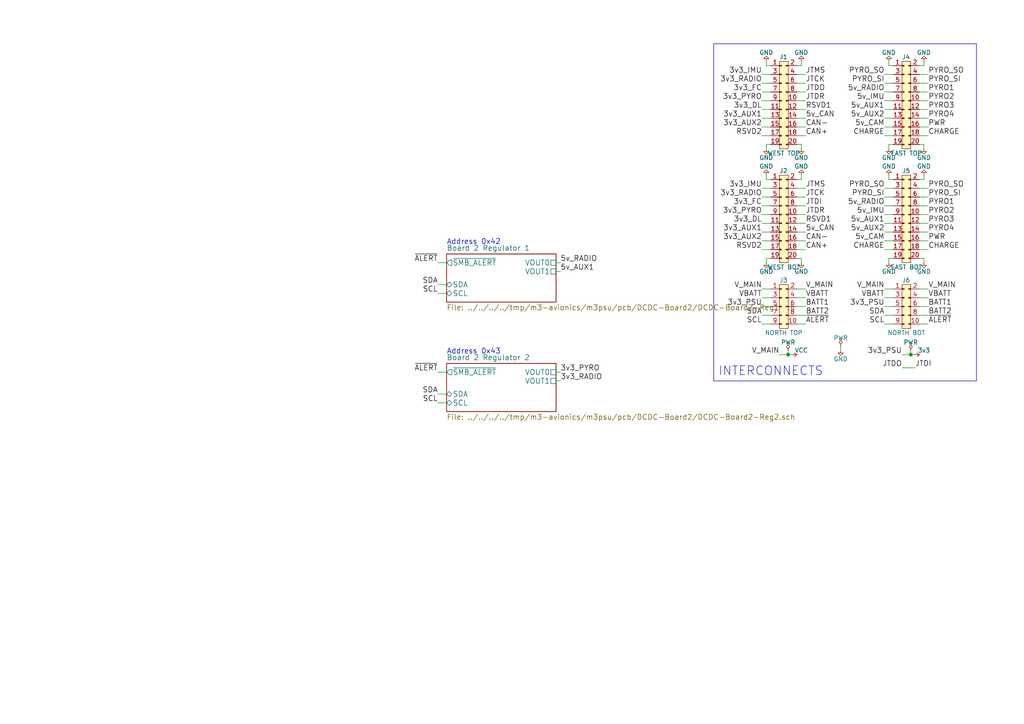
<source format=kicad_sch>
(kicad_sch (version 20230121) (generator eeschema)
  (paper "A4")
  (title_block (title "M3PSU - DC/DC Converter Board 2") (date "2016-06-28") (rev "1") (company "CU Spaceflight") (comment 1 "Drawn by: Levin Tan, Jamie Wood"))
  (lib_symbols
    (symbol "DCDC-Board2-rescue:3v3" (power) (pin_numbers hide) (pin_names (offset 1.016) hide)
      (property "Value" "3v3" (at 0 2.286 0))
      (symbol "3v3_0_1"
        (polyline (pts (xy 0 1.27) (xy 0.508 0.508)))
        (polyline (pts (xy 0 0) (xy 0 1.27) (xy -0.508 0.508)))
      )
      (symbol "3v3_1_1"
        (pin power_in line (at 0 0 180) (length 0) hide (name "3v3") (number "1"))
      )
    )
    (symbol "DCDC-Board2-rescue:CONN_02x05" (pin_names (offset 0.0254) hide)
      (property "Reference" "J" (at -2.54 2.54 0))
      (property "Value" "CONN_02x05" (at -2.54 -12.7 0))
      (symbol "CONN_02x05_0_1"
        (rectangle (start -2.54 -10.033) (end -1.905 -10.287) (fill (type outline)))
        (rectangle (start -2.54 -7.493) (end -1.905 -7.747) (fill (type outline)))
        (rectangle (start -2.54 -4.953) (end -1.905 -5.207) (fill (type outline)))
        (rectangle (start -2.54 -2.413) (end -1.905 -2.667) (fill (type outline)))
        (rectangle (start -2.54 0.127) (end -1.905 -0.127) (fill (type outline)))
        (rectangle (start 0 -10.033) (end -0.635 -10.287) (fill (type outline)))
        (rectangle (start 0 -7.493) (end -0.635 -7.747) (fill (type outline)))
        (rectangle (start 0 -4.953) (end -0.635 -5.207) (fill (type outline)))
        (rectangle (start 0 -2.413) (end -0.635 -2.667) (fill (type outline)))
        (rectangle (start 0 0.127) (end -0.635 -0.127) (fill (type outline)))
        (rectangle (start 0 1.27) (end -2.54 -11.43) (fill (type background)))
      )
      (symbol "CONN_02x05_1_1"
        (pin passive line (at -5.08 0 0) (length 2.54) (name "1") (number "1"))
        (pin passive line (at 2.54 -10.16 180) (length 2.54) (name "10") (number "10"))
        (pin passive line (at 2.54 0 180) (length 2.54) (name "2") (number "2"))
        (pin passive line (at -5.08 -2.54 0) (length 2.54) (name "3") (number "3"))
        (pin passive line (at 2.54 -2.54 180) (length 2.54) (name "4") (number "4"))
        (pin passive line (at -5.08 -5.08 0) (length 2.54) (name "5") (number "5"))
        (pin passive line (at 2.54 -5.08 180) (length 2.54) (name "6") (number "6"))
        (pin passive line (at -5.08 -7.62 0) (length 2.54) (name "7") (number "7"))
        (pin passive line (at 2.54 -7.62 180) (length 2.54) (name "8") (number "8"))
        (pin passive line (at -5.08 -10.16 0) (length 2.54) (name "9") (number "9"))
      )
    )
    (symbol "DCDC-Board2-rescue:CONN_02x10" (pin_names (offset 0.0254) hide)
      (property "Reference" "J" (at -2.54 2.54 0))
      (property "Value" "CONN_02x10" (at -2.54 -25.4 0))
      (symbol "CONN_02x10_0_1"
        (rectangle (start -2.54 -22.733) (end -1.905 -22.987) (fill (type outline)))
        (rectangle (start -2.54 -20.193) (end -1.905 -20.447) (fill (type outline)))
        (rectangle (start -2.54 -17.653) (end -1.905 -17.907) (fill (type outline)))
        (rectangle (start -2.54 -15.113) (end -1.905 -15.367) (fill (type outline)))
        (rectangle (start -2.54 -12.573) (end -1.905 -12.827) (fill (type outline)))
        (rectangle (start -2.54 -10.033) (end -1.905 -10.287) (fill (type outline)))
        (rectangle (start -2.54 -7.493) (end -1.905 -7.747) (fill (type outline)))
        (rectangle (start -2.54 -4.953) (end -1.905 -5.207) (fill (type outline)))
        (rectangle (start -2.54 -2.413) (end -1.905 -2.667) (fill (type outline)))
        (rectangle (start -2.54 0.127) (end -1.905 -0.127) (fill (type outline)))
        (rectangle (start 0 -22.733) (end -0.635 -22.987) (fill (type outline)))
        (rectangle (start 0 -20.193) (end -0.635 -20.447) (fill (type outline)))
        (rectangle (start 0 -17.653) (end -0.635 -17.907) (fill (type outline)))
        (rectangle (start 0 -15.113) (end -0.635 -15.367) (fill (type outline)))
        (rectangle (start 0 -12.573) (end -0.635 -12.827) (fill (type outline)))
        (rectangle (start 0 -10.033) (end -0.635 -10.287) (fill (type outline)))
        (rectangle (start 0 -7.493) (end -0.635 -7.747) (fill (type outline)))
        (rectangle (start 0 -4.953) (end -0.635 -5.207) (fill (type outline)))
        (rectangle (start 0 -2.413) (end -0.635 -2.667) (fill (type outline)))
        (rectangle (start 0 0.127) (end -0.635 -0.127) (fill (type outline)))
        (rectangle (start 0 1.27) (end -2.54 -24.13) (fill (type background)))
      )
      (symbol "CONN_02x10_1_1"
        (pin passive line (at -5.08 0 0) (length 2.54) (name "1") (number "1"))
        (pin passive line (at 2.54 -10.16 180) (length 2.54) (name "10") (number "10"))
        (pin passive line (at -5.08 -12.7 0) (length 2.54) (name "11") (number "11"))
        (pin passive line (at 2.54 -12.7 180) (length 2.54) (name "12") (number "12"))
        (pin passive line (at -5.08 -15.24 0) (length 2.54) (name "13") (number "13"))
        (pin passive line (at 2.54 -15.24 180) (length 2.54) (name "14") (number "14"))
        (pin passive line (at -5.08 -17.78 0) (length 2.54) (name "15") (number "15"))
        (pin passive line (at 2.54 -17.78 180) (length 2.54) (name "16") (number "16"))
        (pin passive line (at -5.08 -20.32 0) (length 2.54) (name "17") (number "17"))
        (pin passive line (at 2.54 -20.32 180) (length 2.54) (name "18") (number "18"))
        (pin passive line (at -5.08 -22.86 0) (length 2.54) (name "19") (number "19"))
        (pin passive line (at 2.54 0 180) (length 2.54) (name "2") (number "2"))
        (pin passive line (at 2.54 -22.86 180) (length 2.54) (name "20") (number "20"))
        (pin passive line (at -5.08 -2.54 0) (length 2.54) (name "3") (number "3"))
        (pin passive line (at 2.54 -2.54 180) (length 2.54) (name "4") (number "4"))
        (pin passive line (at -5.08 -5.08 0) (length 2.54) (name "5") (number "5"))
        (pin passive line (at 2.54 -5.08 180) (length 2.54) (name "6") (number "6"))
        (pin passive line (at -5.08 -7.62 0) (length 2.54) (name "7") (number "7"))
        (pin passive line (at 2.54 -7.62 180) (length 2.54) (name "8") (number "8"))
        (pin passive line (at -5.08 -10.16 0) (length 2.54) (name "9") (number "9"))
      )
    )
    (symbol "DCDC-Board2-rescue:GND" (power) (pin_numbers hide) (pin_names (offset 1.016) hide)
      (property "Value" "GND" (at 0 -2.54 0))
      (symbol "GND_0_1"
        (polyline (pts (xy 0 0) (xy 0 -0.762)))
        (polyline (pts (xy -0.762 -0.762) (xy 0.762 -0.762) (xy 0 -1.524) (xy -0.762 -0.762)) (fill (type background)))
      )
      (symbol "GND_1_1"
        (pin power_in line (at 0 0 180) (length 0) hide (name "GND") (number "1"))
      )
    )
    (symbol "DCDC-Board2-rescue:PWR" (power) (pin_numbers hide) (pin_names (offset 1.016) hide)
      (property "Value" "PWR" (at 0 2.286 0))
      (symbol "PWR_0_1"
        (polyline (pts (xy 0 0.508) (xy -0.508 1.016) (xy 0 1.524) (xy 0.508 1.016) (xy 0 0.508)) (fill (type background)))
      )
      (symbol "PWR_1_1"
        (pin power_out line (at 0 0 90) (length 0.508) (name "pwr") (number "1"))
      )
    )
    (symbol "DCDC-Board2-rescue:VCC" (power) (pin_numbers hide) (pin_names (offset 1.016) hide)
      (property "Value" "VCC" (at 0 2.286 0))
      (symbol "VCC_0_1"
        (polyline (pts (xy 0 1.27) (xy 0.508 0.508)))
        (polyline (pts (xy 0 0) (xy 0 1.27) (xy -0.508 0.508)))
      )
      (symbol "VCC_1_1"
        (pin power_in line (at 0 0 180) (length 0) hide (name "VCC") (number "1"))
      )
    )
  )
  (junction (at 264.16 102.87))
  (junction (at 228.6 102.87))
  (wire (pts (xy 256.54 29.21) (xy 259.08 29.21)))
  (wire (pts (xy 222.25 19.05) (xy 223.52 19.05)))
  (wire (pts (xy 259.08 83.82) (xy 256.54 83.82)))
  (wire (pts (xy 220.98 69.85) (xy 223.52 69.85)))
  (wire (pts (xy 231.14 69.85) (xy 233.68 69.85)))
  (wire (pts (xy 259.08 41.91) (xy 257.81 41.91)))
  (wire (pts (xy 266.7 31.75) (xy 269.24 31.75)))
  (wire (pts (xy 266.7 93.98) (xy 269.24 93.98)))
  (wire (pts (xy 257.81 52.07) (xy 257.81 50.8)))
  (wire (pts (xy 259.08 36.83) (xy 256.54 36.83)))
  (wire (pts (xy 259.08 88.9) (xy 256.54 88.9)))
  (wire (pts (xy 266.7 59.69) (xy 269.24 59.69)))
  (wire (pts (xy 256.54 62.23) (xy 259.08 62.23)))
  (wire (pts (xy 257.81 41.91) (xy 257.81 43.18)))
  (wire (pts (xy 266.7 54.61) (xy 269.24 54.61)))
  (wire (pts (xy 223.52 72.39) (xy 220.98 72.39)))
  (wire (pts (xy 259.08 52.07) (xy 257.81 52.07)))
  (wire (pts (xy 161.29 107.95) (xy 162.56 107.95)))
  (wire (pts (xy 232.41 41.91) (xy 232.41 43.18)))
  (wire (pts (xy 256.54 39.37) (xy 259.08 39.37)))
  (wire (pts (xy 259.08 86.36) (xy 256.54 86.36)))
  (wire (pts (xy 127 82.55) (xy 129.54 82.55)))
  (wire (pts (xy 220.98 36.83) (xy 223.52 36.83)))
  (wire (pts (xy 222.25 50.8) (xy 222.25 52.07)))
  (wire (pts (xy 269.24 62.23) (xy 266.7 62.23)))
  (wire (pts (xy 228.6 102.87) (xy 229.87 102.87)))
  (wire (pts (xy 267.97 52.07) (xy 267.97 50.8)))
  (wire (pts (xy 222.25 17.78) (xy 222.25 19.05)))
  (wire (pts (xy 266.7 67.31) (xy 269.24 67.31)))
  (wire (pts (xy 231.14 34.29) (xy 233.68 34.29)))
  (wire (pts (xy 222.25 52.07) (xy 223.52 52.07)))
  (wire (pts (xy 261.62 102.87) (xy 264.16 102.87)))
  (wire (pts (xy 223.52 74.93) (xy 222.25 74.93)))
  (wire (pts (xy 256.54 34.29) (xy 259.08 34.29)))
  (wire (pts (xy 231.14 31.75) (xy 233.68 31.75)))
  (wire (pts (xy 266.7 34.29) (xy 269.24 34.29)))
  (wire (pts (xy 266.7 64.77) (xy 269.24 64.77)))
  (wire (pts (xy 266.7 26.67) (xy 269.24 26.67)))
  (wire (pts (xy 223.52 29.21) (xy 220.98 29.21)))
  (wire (pts (xy 257.81 19.05) (xy 257.81 17.78)))
  (wire (pts (xy 269.24 57.15) (xy 266.7 57.15)))
  (wire (pts (xy 231.14 67.31) (xy 233.68 67.31)))
  (polyline (pts (xy 207.01 12.7) (xy 207.01 110.49)))
  (wire (pts (xy 231.14 54.61) (xy 233.68 54.61)))
  (wire (pts (xy 223.52 88.9) (xy 220.98 88.9)))
  (wire (pts (xy 231.14 24.13) (xy 233.68 24.13)))
  (wire (pts (xy 259.08 21.59) (xy 256.54 21.59)))
  (wire (pts (xy 223.52 83.82) (xy 220.98 83.82)))
  (wire (pts (xy 223.52 59.69) (xy 220.98 59.69)))
  (wire (pts (xy 231.14 39.37) (xy 233.68 39.37)))
  (wire (pts (xy 231.14 86.36) (xy 233.68 86.36)))
  (wire (pts (xy 266.7 91.44) (xy 269.24 91.44)))
  (wire (pts (xy 223.52 31.75) (xy 220.98 31.75)))
  (polyline (pts (xy 283.21 110.49) (xy 283.21 12.7)))
  (wire (pts (xy 259.08 74.93) (xy 257.81 74.93)))
  (wire (pts (xy 222.25 41.91) (xy 222.25 43.18)))
  (wire (pts (xy 223.52 24.13) (xy 220.98 24.13)))
  (wire (pts (xy 231.14 62.23) (xy 233.68 62.23)))
  (wire (pts (xy 259.08 26.67) (xy 256.54 26.67)))
  (wire (pts (xy 266.7 88.9) (xy 269.24 88.9)))
  (wire (pts (xy 256.54 24.13) (xy 259.08 24.13)))
  (wire (pts (xy 266.7 52.07) (xy 267.97 52.07)))
  (wire (pts (xy 223.52 21.59) (xy 220.98 21.59)))
  (wire (pts (xy 129.54 76.2) (xy 127 76.2)))
  (wire (pts (xy 231.14 91.44) (xy 233.68 91.44)))
  (wire (pts (xy 223.52 91.44) (xy 220.98 91.44)))
  (wire (pts (xy 259.08 54.61) (xy 256.54 54.61)))
  (wire (pts (xy 231.14 88.9) (xy 233.68 88.9)))
  (wire (pts (xy 231.14 59.69) (xy 233.68 59.69)))
  (wire (pts (xy 264.16 101.6) (xy 264.16 102.87)))
  (wire (pts (xy 127 114.3) (xy 129.54 114.3)))
  (wire (pts (xy 223.52 26.67) (xy 220.98 26.67)))
  (wire (pts (xy 161.29 78.74) (xy 162.56 78.74)))
  (wire (pts (xy 231.14 52.07) (xy 232.41 52.07)))
  (wire (pts (xy 266.7 41.91) (xy 267.97 41.91)))
  (wire (pts (xy 259.08 69.85) (xy 256.54 69.85)))
  (wire (pts (xy 257.81 74.93) (xy 257.81 76.2)))
  (wire (pts (xy 267.97 19.05) (xy 267.97 17.78)))
  (wire (pts (xy 231.14 72.39) (xy 233.68 72.39)))
  (wire (pts (xy 266.7 39.37) (xy 269.24 39.37)))
  (wire (pts (xy 256.54 57.15) (xy 259.08 57.15)))
  (wire (pts (xy 228.6 101.6) (xy 228.6 102.87)))
  (wire (pts (xy 261.62 106.68) (xy 265.43 106.68)))
  (wire (pts (xy 232.41 52.07) (xy 232.41 50.8)))
  (wire (pts (xy 232.41 74.93) (xy 232.41 76.2)))
  (wire (pts (xy 223.52 54.61) (xy 220.98 54.61)))
  (polyline (pts (xy 283.21 12.7) (xy 207.01 12.7)))
  (wire (pts (xy 223.52 41.91) (xy 222.25 41.91)))
  (wire (pts (xy 231.14 64.77) (xy 233.68 64.77)))
  (wire (pts (xy 259.08 64.77) (xy 256.54 64.77)))
  (wire (pts (xy 269.24 24.13) (xy 266.7 24.13)))
  (wire (pts (xy 231.14 29.21) (xy 233.68 29.21)))
  (wire (pts (xy 231.14 41.91) (xy 232.41 41.91)))
  (wire (pts (xy 231.14 57.15) (xy 233.68 57.15)))
  (wire (pts (xy 161.29 76.2) (xy 162.56 76.2)))
  (wire (pts (xy 267.97 74.93) (xy 267.97 76.2)))
  (wire (pts (xy 256.54 72.39) (xy 259.08 72.39)))
  (wire (pts (xy 223.52 67.31) (xy 220.98 67.31)))
  (wire (pts (xy 266.7 19.05) (xy 267.97 19.05)))
  (wire (pts (xy 232.41 19.05) (xy 232.41 17.78)))
  (wire (pts (xy 243.84 100.33) (xy 243.84 101.6)))
  (wire (pts (xy 259.08 91.44) (xy 256.54 91.44)))
  (wire (pts (xy 129.54 107.95) (xy 127 107.95)))
  (wire (pts (xy 129.54 116.84) (xy 127 116.84)))
  (wire (pts (xy 129.54 85.09) (xy 127 85.09)))
  (wire (pts (xy 223.52 57.15) (xy 220.98 57.15)))
  (wire (pts (xy 264.16 102.87) (xy 265.43 102.87)))
  (wire (pts (xy 269.24 36.83) (xy 266.7 36.83)))
  (wire (pts (xy 269.24 69.85) (xy 266.7 69.85)))
  (wire (pts (xy 269.24 29.21) (xy 266.7 29.21)))
  (wire (pts (xy 231.14 74.93) (xy 232.41 74.93)))
  (wire (pts (xy 161.29 110.49) (xy 162.56 110.49)))
  (wire (pts (xy 223.52 64.77) (xy 220.98 64.77)))
  (wire (pts (xy 223.52 62.23) (xy 220.98 62.23)))
  (wire (pts (xy 266.7 21.59) (xy 269.24 21.59)))
  (wire (pts (xy 231.14 83.82) (xy 233.68 83.82)))
  (wire (pts (xy 223.52 39.37) (xy 220.98 39.37)))
  (wire (pts (xy 267.97 41.91) (xy 267.97 43.18)))
  (wire (pts (xy 259.08 59.69) (xy 256.54 59.69)))
  (wire (pts (xy 231.14 19.05) (xy 232.41 19.05)))
  (wire (pts (xy 231.14 36.83) (xy 233.68 36.83)))
  (wire (pts (xy 222.25 74.93) (xy 222.25 76.2)))
  (wire (pts (xy 266.7 83.82) (xy 269.24 83.82)))
  (wire (pts (xy 266.7 74.93) (xy 267.97 74.93)))
  (wire (pts (xy 259.08 31.75) (xy 256.54 31.75)))
  (wire (pts (xy 256.54 67.31) (xy 259.08 67.31)))
  (wire (pts (xy 259.08 19.05) (xy 257.81 19.05)))
  (wire (pts (xy 266.7 72.39) (xy 269.24 72.39)))
  (wire (pts (xy 259.08 93.98) (xy 256.54 93.98)))
  (wire (pts (xy 223.52 93.98) (xy 220.98 93.98)))
  (wire (pts (xy 223.52 86.36) (xy 220.98 86.36)))
  (wire (pts (xy 223.52 34.29) (xy 220.98 34.29)))
  (wire (pts (xy 231.14 21.59) (xy 233.68 21.59)))
  (wire (pts (xy 226.06 102.87) (xy 228.6 102.87)))
  (wire (pts (xy 266.7 86.36) (xy 269.24 86.36)))
  (wire (pts (xy 231.14 26.67) (xy 233.68 26.67)))
  (wire (pts (xy 231.14 93.98) (xy 233.68 93.98)))
  (polyline (pts (xy 207.01 110.49) (xy 283.21 110.49)))
  (text "INTERCONNECTS" (at 208.28 109.22 0) (effects (font (size 2.54 2.54)) (justify left bottom)))
  (text "Address 0x42" (at 129.54 71.12 0) (effects (font (size 1.524 1.524)) (justify left bottom)))
  (text "Address 0x43" (at 129.54 102.87 0) (effects (font (size 1.524 1.524)) (justify left bottom)))
  (label "RSVD1" (at 233.68 64.77 0) (effects (font (size 1.524 1.524))))
  (label "JTCK" (at 233.68 24.13 0) (effects (font (size 1.524 1.524))))
  (label "PYRO_SI" (at 269.24 24.13 0) (effects (font (size 1.524 1.524))))
  (label "SDA" (at 220.98 91.44 180) (effects (font (size 1.524 1.524))))
  (label "SCL" (at 127 85.09 180) (effects (font (size 1.524 1.524))))
  (label "SCL" (at 220.98 93.98 180) (effects (font (size 1.524 1.524))))
  (label "5v_IMU" (at 256.54 62.23 180) (effects (font (size 1.524 1.524))))
  (label "3v3_FC" (at 220.98 26.67 180) (effects (font (size 1.524 1.524))))
  (label "RSVD1" (at 233.68 31.75 0) (effects (font (size 1.524 1.524))))
  (label "PWR" (at 269.24 69.85 0) (effects (font (size 1.524 1.524))))
  (label "JTDO" (at 233.68 26.67 0) (effects (font (size 1.524 1.524))))
  (label "V_MAIN" (at 256.54 83.82 180) (effects (font (size 1.524 1.524))))
  (label "~{ALERT}" (at 269.24 93.98 0) (effects (font (size 1.524 1.524))))
  (label "3v3_AUX1" (at 220.98 34.29 180) (effects (font (size 1.524 1.524))))
  (label "PYRO_SI" (at 256.54 24.13 180) (effects (font (size 1.524 1.524))))
  (label "PYRO_SO" (at 256.54 21.59 180) (effects (font (size 1.524 1.524))))
  (label "BATT1" (at 233.68 88.9 0) (effects (font (size 1.524 1.524))))
  (label "SCL" (at 127 116.84 180) (effects (font (size 1.524 1.524))))
  (label "3v3_IMU" (at 220.98 21.59 180) (effects (font (size 1.524 1.524))))
  (label "3v3_IMU" (at 220.98 54.61 180) (effects (font (size 1.524 1.524))))
  (label "CHARGE" (at 269.24 72.39 0) (effects (font (size 1.524 1.524))))
  (label "JTMS" (at 233.68 54.61 0) (effects (font (size 1.524 1.524))))
  (label "SDA" (at 256.54 91.44 180) (effects (font (size 1.524 1.524))))
  (label "5v_CAN" (at 233.68 67.31 0) (effects (font (size 1.524 1.524))))
  (label "JTMS" (at 233.68 21.59 0) (effects (font (size 1.524 1.524))))
  (label "5v_AUX2" (at 256.54 67.31 180) (effects (font (size 1.524 1.524))))
  (label "CHARGE" (at 269.24 39.37 0) (effects (font (size 1.524 1.524))))
  (label "V_MAIN" (at 220.98 83.82 180) (effects (font (size 1.524 1.524))))
  (label "V_MAIN" (at 233.68 83.82 0) (effects (font (size 1.524 1.524))))
  (label "5v_CAM" (at 256.54 69.85 180) (effects (font (size 1.524 1.524))))
  (label "CAN-" (at 233.68 69.85 0) (effects (font (size 1.524 1.524))))
  (label "VBATT" (at 220.98 86.36 180) (effects (font (size 1.524 1.524))))
  (label "PYRO_SO" (at 269.24 21.59 0) (effects (font (size 1.524 1.524))))
  (label "3v3_PYRO" (at 162.56 107.95 0) (effects (font (size 1.524 1.524))))
  (label "3v3_DL" (at 220.98 64.77 180) (effects (font (size 1.524 1.524))))
  (label "~{ALERT}" (at 127 107.95 180) (effects (font (size 1.524 1.524))))
  (label "BATT1" (at 269.24 88.9 0) (effects (font (size 1.524 1.524))))
  (label "PYRO2" (at 269.24 62.23 0) (effects (font (size 1.524 1.524))))
  (label "PYRO1" (at 269.24 26.67 0) (effects (font (size 1.524 1.524))))
  (label "3v3_FC" (at 220.98 59.69 180) (effects (font (size 1.524 1.524))))
  (label "5v_IMU" (at 256.54 29.21 180) (effects (font (size 1.524 1.524))))
  (label "PYRO_SI" (at 256.54 57.15 180) (effects (font (size 1.524 1.524))))
  (label "JTDR" (at 233.68 62.23 0) (effects (font (size 1.524 1.524))))
  (label "3v3_AUX2" (at 220.98 36.83 180) (effects (font (size 1.524 1.524))))
  (label "3v3_PSU" (at 261.62 102.87 180) (effects (font (size 1.524 1.524))))
  (label "PWR" (at 269.24 36.83 0) (effects (font (size 1.524 1.524))))
  (label "3v3_RADIO" (at 220.98 24.13 180) (effects (font (size 1.524 1.524))))
  (label "V_MAIN" (at 226.06 102.87 180) (effects (font (size 1.524 1.524))))
  (label "5v_RADIO" (at 256.54 26.67 180) (effects (font (size 1.524 1.524))))
  (label "PYRO_SO" (at 256.54 54.61 180) (effects (font (size 1.524 1.524))))
  (label "VBATT" (at 233.68 86.36 0) (effects (font (size 1.524 1.524))))
  (label "5v_RADIO" (at 162.56 76.2 0) (effects (font (size 1.524 1.524))))
  (label "CAN+" (at 233.68 72.39 0) (effects (font (size 1.524 1.524))))
  (label "JTDI" (at 233.68 59.69 0) (effects (font (size 1.524 1.524))))
  (label "3v3_PYRO" (at 220.98 29.21 180) (effects (font (size 1.524 1.524))))
  (label "3v3_AUX2" (at 220.98 69.85 180) (effects (font (size 1.524 1.524))))
  (label "PYRO3" (at 269.24 64.77 0) (effects (font (size 1.524 1.524))))
  (label "SDA" (at 127 114.3 180) (effects (font (size 1.524 1.524))))
  (label "PYRO2" (at 269.24 29.21 0) (effects (font (size 1.524 1.524))))
  (label "CHARGE" (at 256.54 72.39 180) (effects (font (size 1.524 1.524))))
  (label "BATT2" (at 269.24 91.44 0) (effects (font (size 1.524 1.524))))
  (label "JTCK" (at 233.68 57.15 0) (effects (font (size 1.524 1.524))))
  (label "~{ALERT}" (at 127 76.2 180) (effects (font (size 1.524 1.524))))
  (label "SCL" (at 256.54 93.98 180) (effects (font (size 1.524 1.524))))
  (label "3v3_PYRO" (at 220.98 62.23 180) (effects (font (size 1.524 1.524))))
  (label "CAN-" (at 233.68 36.83 0) (effects (font (size 1.524 1.524))))
  (label "PYRO_SI" (at 269.24 57.15 0) (effects (font (size 1.524 1.524))))
  (label "RSVD2" (at 220.98 72.39 180) (effects (font (size 1.524 1.524))))
  (label "CAN+" (at 233.68 39.37 0) (effects (font (size 1.524 1.524))))
  (label "CHARGE" (at 256.54 39.37 180) (effects (font (size 1.524 1.524))))
  (label "SDA" (at 127 82.55 180) (effects (font (size 1.524 1.524))))
  (label "JTDR" (at 233.68 29.21 0) (effects (font (size 1.524 1.524))))
  (label "5v_AUX1" (at 256.54 64.77 180) (effects (font (size 1.524 1.524))))
  (label "5v_RADIO" (at 256.54 59.69 180) (effects (font (size 1.524 1.524))))
  (label "JTDO" (at 261.62 106.68 180) (effects (font (size 1.524 1.524))))
  (label "3v3_RADIO" (at 162.56 110.49 0) (effects (font (size 1.524 1.524))))
  (label "PYRO3" (at 269.24 31.75 0) (effects (font (size 1.524 1.524))))
  (label "3v3_PSU" (at 220.98 88.9 180) (effects (font (size 1.524 1.524))))
  (label "BATT2" (at 233.68 91.44 0) (effects (font (size 1.524 1.524))))
  (label "3v3_AUX1" (at 220.98 67.31 180) (effects (font (size 1.524 1.524))))
  (label "PYRO_SO" (at 269.24 54.61 0) (effects (font (size 1.524 1.524))))
  (label "PYRO4" (at 269.24 34.29 0) (effects (font (size 1.524 1.524))))
  (label "V_MAIN" (at 269.24 83.82 0) (effects (font (size 1.524 1.524))))
  (label "5v_AUX2" (at 256.54 34.29 180) (effects (font (size 1.524 1.524))))
  (label "~{ALERT}" (at 233.68 93.98 0) (effects (font (size 1.524 1.524))))
  (label "PYRO4" (at 269.24 67.31 0) (effects (font (size 1.524 1.524))))
  (label "3v3_DL" (at 220.98 31.75 180) (effects (font (size 1.524 1.524))))
  (label "5v_CAN" (at 233.68 34.29 0) (effects (font (size 1.524 1.524))))
  (label "VBATT" (at 269.24 86.36 0) (effects (font (size 1.524 1.524))))
  (label "PYRO1" (at 269.24 59.69 0) (effects (font (size 1.524 1.524))))
  (label "5v_AUX1" (at 256.54 31.75 180) (effects (font (size 1.524 1.524))))
  (label "RSVD2" (at 220.98 39.37 180) (effects (font (size 1.524 1.524))))
  (label "3v3_PSU" (at 256.54 88.9 180) (effects (font (size 1.524 1.524))))
  (label "5v_CAM" (at 256.54 36.83 180) (effects (font (size 1.524 1.524))))
  (label "JTDI" (at 265.43 106.68 0) (effects (font (size 1.524 1.524))))
  (label "5v_AUX1" (at 162.56 78.74 0) (effects (font (size 1.524 1.524))))
  (label "VBATT" (at 256.54 86.36 180) (effects (font (size 1.524 1.524))))
  (label "3v3_RADIO" (at 220.98 57.15 180) (effects (font (size 1.524 1.524))))
  (symbol (lib_id "DCDC-Board2-rescue:GND") (at 232.41 43.18 0) (unit 1)
    (property "Reference" "#PWR01" (effects hide))
    (property "Value" "GND" (at 232.41 45.72 0))
  )
  (symbol (lib_id "DCDC-Board2-rescue:GND") (at 222.25 43.18 0) (unit 1)
    (property "Reference" "#PWR02" (effects hide))
    (property "Value" "GND" (at 222.25 45.72 0))
  )
  (symbol (lib_id "DCDC-Board2-rescue:GND") (at 222.25 17.78 180) (unit 1)
    (property "Reference" "#PWR03" (effects hide))
    (property "Value" "GND" (at 222.25 15.24 0))
  )
  (symbol (lib_id "DCDC-Board2-rescue:GND") (at 232.41 17.78 180) (unit 1)
    (property "Reference" "#PWR04" (effects hide))
    (property "Value" "GND" (at 232.41 15.24 0))
  )
  (symbol (lib_id "DCDC-Board2-rescue:GND") (at 257.81 43.18 0) (unit 1)
    (property "Reference" "#PWR05" (effects hide))
    (property "Value" "GND" (at 257.81 45.72 0))
  )
  (symbol (lib_id "DCDC-Board2-rescue:GND") (at 267.97 43.18 0) (unit 1)
    (property "Reference" "#PWR06" (effects hide))
    (property "Value" "GND" (at 267.97 45.72 0))
  )
  (symbol (lib_id "DCDC-Board2-rescue:GND") (at 257.81 17.78 180) (unit 1)
    (property "Reference" "#PWR07" (effects hide))
    (property "Value" "GND" (at 257.81 15.24 0))
  )
  (symbol (lib_id "DCDC-Board2-rescue:GND") (at 267.97 17.78 180) (unit 1)
    (property "Reference" "#PWR08" (effects hide))
    (property "Value" "GND" (at 267.97 15.24 0))
  )
  (symbol (lib_id "DCDC-Board2-rescue:GND") (at 232.41 76.2 0) (unit 1)
    (property "Reference" "#PWR09" (effects hide))
    (property "Value" "GND" (at 232.41 78.74 0))
  )
  (symbol (lib_id "DCDC-Board2-rescue:GND") (at 222.25 76.2 0) (unit 1)
    (property "Reference" "#PWR010" (effects hide))
    (property "Value" "GND" (at 222.25 78.74 0))
  )
  (symbol (lib_id "DCDC-Board2-rescue:GND") (at 222.25 50.8 180) (unit 1)
    (property "Reference" "#PWR011" (effects hide))
    (property "Value" "GND" (at 222.25 48.26 0))
  )
  (symbol (lib_id "DCDC-Board2-rescue:GND") (at 232.41 50.8 180) (unit 1)
    (property "Reference" "#PWR012" (effects hide))
    (property "Value" "GND" (at 232.41 48.26 0))
  )
  (symbol (lib_id "DCDC-Board2-rescue:GND") (at 257.81 76.2 0) (unit 1)
    (property "Reference" "#PWR013" (effects hide))
    (property "Value" "GND" (at 257.81 78.74 0))
  )
  (symbol (lib_id "DCDC-Board2-rescue:GND") (at 267.97 76.2 0) (unit 1)
    (property "Reference" "#PWR014" (effects hide))
    (property "Value" "GND" (at 267.97 78.74 0))
  )
  (symbol (lib_id "DCDC-Board2-rescue:GND") (at 257.81 50.8 180) (unit 1)
    (property "Reference" "#PWR015" (effects hide))
    (property "Value" "GND" (at 257.81 48.26 0))
  )
  (symbol (lib_id "DCDC-Board2-rescue:GND") (at 267.97 50.8 180) (unit 1)
    (property "Reference" "#PWR016" (effects hide))
    (property "Value" "GND" (at 267.97 48.26 0))
  )
  (symbol (lib_id "DCDC-Board2-rescue:GND") (at 243.84 101.6 0) (unit 1)
    (property "Reference" "#PWR017" (effects hide))
    (property "Value" "GND" (at 243.84 104.14 0))
  )
  (symbol (lib_id "DCDC-Board2-rescue:PWR") (at 243.84 100.33 0) (unit 1)
    (property "Reference" "#FLG018" (effects hide))
    (property "Value" "PWR" (at 243.84 98.044 0))
  )
  (symbol (lib_id "DCDC-Board2-rescue:CONN_02x10") (at 228.6 19.05 0) (unit 1)
    (property "Reference" "J1" (at 226.06 16.51 0) (effects (justify left)))
    (property "Value" "WEST TOP" (at 227.33 44.45 0))
    (property "Footprint" "agg:TFML-110-02-L-D" (effects hide))
    (property "Samtec" "TFML-110-02-L-D" (effects hide))
  )
  (symbol (lib_id "DCDC-Board2-rescue:CONN_02x10") (at 264.16 19.05 0) (unit 1)
    (property "Reference" "J4" (at 261.62 16.51 0) (effects (justify left)))
    (property "Value" "EAST TOP" (at 262.89 44.45 0))
    (property "Footprint" "agg:TFML-110-02-L-D" (effects hide))
    (property "Samtec" "TFML-110-02-L-D" (effects hide))
  )
  (symbol (lib_id "DCDC-Board2-rescue:CONN_02x10") (at 228.6 52.07 0) (unit 1)
    (property "Reference" "J2" (at 226.06 49.53 0) (effects (justify left)))
    (property "Value" "WEST BOT" (at 227.33 77.47 0))
    (property "Footprint" "agg:SFML-110-02-L-D-LC" (effects hide))
    (property "Samtec" "SFML-110-02-L-D-LC" (effects hide))
  )
  (symbol (lib_id "DCDC-Board2-rescue:CONN_02x10") (at 264.16 52.07 0) (unit 1)
    (property "Reference" "J5" (at 261.62 49.53 0) (effects (justify left)))
    (property "Value" "EAST BOT" (at 262.89 77.47 0))
    (property "Footprint" "agg:SFML-110-02-L-D-LC" (effects hide))
    (property "Samtec" "SFML-110-02-L-D-LC" (effects hide))
  )
  (symbol (lib_id "DCDC-Board2-rescue:CONN_02x05") (at 228.6 83.82 0) (unit 1)
    (property "Reference" "J3" (at 226.06 81.28 0) (effects (justify left)))
    (property "Value" "NORTH TOP" (at 227.33 96.52 0))
    (property "Footprint" "agg:TFML-105-02-L-D" (effects hide))
  )
  (symbol (lib_id "DCDC-Board2-rescue:CONN_02x05") (at 264.16 83.82 0) (unit 1)
    (property "Reference" "J6" (at 261.62 81.28 0) (effects (justify left)))
    (property "Value" "NORTH BOT" (at 262.89 96.52 0))
    (property "Footprint" "agg:SFML-105-02-L-D-LC" (effects hide))
  )
  (symbol (lib_id "DCDC-Board2-rescue:VCC") (at 229.87 102.87 270) (unit 1)
    (property "Reference" "#PWR019" (effects hide))
    (property "Value" "VCC" (at 232.41 101.6 90))
  )
  (symbol (lib_id "DCDC-Board2-rescue:3v3") (at 265.43 102.87 270) (unit 1)
    (property "Reference" "#PWR020" (effects hide))
    (property "Value" "3v3" (at 267.97 101.6 90))
  )
  (symbol (lib_id "DCDC-Board2-rescue:PWR") (at 228.6 101.6 0) (unit 1)
    (property "Reference" "#FLG021" (effects hide))
    (property "Value" "PWR" (at 228.6 99.314 0))
  )
  (symbol (lib_id "DCDC-Board2-rescue:PWR") (at 264.16 101.6 0) (unit 1)
    (property "Reference" "#FLG022" (effects hide))
    (property "Value" "PWR" (at 264.16 99.314 0))
  )
  (sheet (at 129.54 73.66) (size 31.75 13.97)
    (property "Sheetname" "Board 2 Regulator 1" (at 129.54 72.8214 0) (effects (font (size 1.524 1.524)) (justify left bottom)))
    (property "Sheetfile" "../../../../tmp/m3-avionics/m3psu/pcb/DCDC-Board2/DCDC-Board2-Reg1.sch" (at 129.54 88.3162 0) (effects (font (size 1.524 1.524)) (justify left top)))
    (pin "SDA" bidirectional (at 129.54 82.55 180) (effects (font (size 1.524 1.524))))
    (pin "SCL" bidirectional (at 129.54 85.09 180) (effects (font (size 1.524 1.524))))
    (pin "VOUT1" passive (at 161.29 78.74 0) (effects (font (size 1.524 1.524))))
    (pin "VOUT0" passive (at 161.29 76.2 0) (effects (font (size 1.524 1.524))))
    (pin "~{SMB_ALERT}" output (at 129.54 76.2 180) (effects (font (size 1.524 1.524))))
  )
  (sheet (at 129.54 105.41) (size 31.75 13.97)
    (property "Sheetname" "Board 2 Regulator 2" (at 129.54 104.5714 0) (effects (font (size 1.524 1.524)) (justify left bottom)))
    (property "Sheetfile" "../../../../tmp/m3-avionics/m3psu/pcb/DCDC-Board2/DCDC-Board2-Reg2.sch" (at 129.54 120.0662 0) (effects (font (size 1.524 1.524)) (justify left top)))
    (pin "SDA" bidirectional (at 129.54 114.3 180) (effects (font (size 1.524 1.524))))
    (pin "SCL" bidirectional (at 129.54 116.84 180) (effects (font (size 1.524 1.524))))
    (pin "VOUT1" passive (at 161.29 110.49 0) (effects (font (size 1.524 1.524))))
    (pin "VOUT0" passive (at 161.29 107.95 0) (effects (font (size 1.524 1.524))))
    (pin "~{SMB_ALERT}" output (at 129.54 107.95 180) (effects (font (size 1.524 1.524))))
  )
)
</source>
